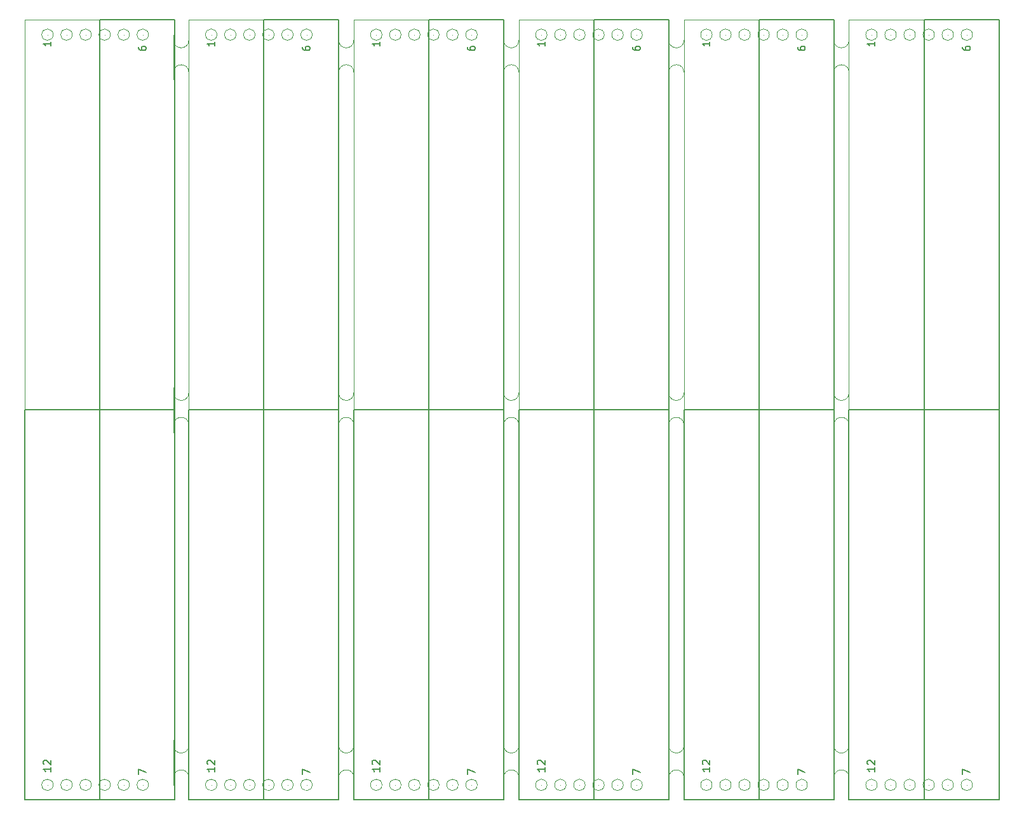
<source format=gbr>
%TF.GenerationSoftware,KiCad,Pcbnew,(6.0.5)*%
%TF.CreationDate,2022-08-12T20:52:04+02:00*%
%TF.ProjectId,clarinoid-devboard,636c6172-696e-46f6-9964-2d646576626f,rev?*%
%TF.SameCoordinates,Original*%
%TF.FileFunction,Other,Comment*%
%FSLAX46Y46*%
G04 Gerber Fmt 4.6, Leading zero omitted, Abs format (unit mm)*
G04 Created by KiCad (PCBNEW (6.0.5)) date 2022-08-12 20:52:04*
%MOMM*%
%LPD*%
G01*
G04 APERTURE LIST*
%ADD10C,0.150000*%
%ADD11C,0.120000*%
%ADD12C,0.100000*%
G04 APERTURE END LIST*
D10*
X178139304Y-148600034D02*
X198139304Y-148600034D01*
X198139304Y-148600034D02*
X198139304Y-96600034D01*
X198139304Y-96600034D02*
X178139304Y-96600034D01*
X178139304Y-96600034D02*
X178139304Y-148600034D01*
X112139304Y-148600034D02*
X132139304Y-148600034D01*
X132139304Y-148600034D02*
X132139304Y-96600034D01*
X132139304Y-96600034D02*
X112139304Y-96600034D01*
X112139304Y-96600034D02*
X112139304Y-148600034D01*
X110139304Y-148600034D02*
X100139304Y-148600034D01*
X100139304Y-148600034D02*
X100139304Y-44600034D01*
X100139304Y-44600034D02*
X110139304Y-44600034D01*
X110139304Y-44600034D02*
X110139304Y-148600034D01*
X154139304Y-148600034D02*
X144139304Y-148600034D01*
X144139304Y-148600034D02*
X144139304Y-44600034D01*
X144139304Y-44600034D02*
X154139304Y-44600034D01*
X154139304Y-44600034D02*
X154139304Y-148600034D01*
X176139304Y-148600034D02*
X166139304Y-148600034D01*
X166139304Y-148600034D02*
X166139304Y-44600034D01*
X166139304Y-44600034D02*
X176139304Y-44600034D01*
X176139304Y-44600034D02*
X176139304Y-148600034D01*
X156139304Y-148600034D02*
X176139304Y-148600034D01*
X176139304Y-148600034D02*
X176139304Y-96600034D01*
X176139304Y-96600034D02*
X156139304Y-96600034D01*
X156139304Y-96600034D02*
X156139304Y-148600034D01*
X132139304Y-148600034D02*
X122139304Y-148600034D01*
X122139304Y-148600034D02*
X122139304Y-44600034D01*
X122139304Y-44600034D02*
X132139304Y-44600034D01*
X132139304Y-44600034D02*
X132139304Y-148600034D01*
X88311804Y-148600034D02*
X78311804Y-148600034D01*
X78311804Y-148600034D02*
X78311804Y-44600034D01*
X78311804Y-44600034D02*
X88311804Y-44600034D01*
X88311804Y-44600034D02*
X88311804Y-148600034D01*
X198139304Y-148600034D02*
X188139304Y-148600034D01*
X188139304Y-148600034D02*
X188139304Y-44600034D01*
X188139304Y-44600034D02*
X198139304Y-44600034D01*
X198139304Y-44600034D02*
X198139304Y-148600034D01*
X68311804Y-148600034D02*
X88311804Y-148600034D01*
X88311804Y-148600034D02*
X88311804Y-96600034D01*
X88311804Y-96600034D02*
X68311804Y-96600034D01*
X68311804Y-96600034D02*
X68311804Y-148600034D01*
X90139304Y-148600034D02*
X110139304Y-148600034D01*
X110139304Y-148600034D02*
X110139304Y-96600034D01*
X110139304Y-96600034D02*
X90139304Y-96600034D01*
X90139304Y-96600034D02*
X90139304Y-148600034D01*
X134139304Y-148600034D02*
X154139304Y-148600034D01*
X154139304Y-148600034D02*
X154139304Y-96600034D01*
X154139304Y-96600034D02*
X134139304Y-96600034D01*
X134139304Y-96600034D02*
X134139304Y-148600034D01*
%TO.C,U9*%
X71764184Y-47538319D02*
X71764184Y-48109748D01*
X71764184Y-47824034D02*
X70764184Y-47824034D01*
X70907042Y-47919272D01*
X71002280Y-48014510D01*
X71049899Y-48109748D01*
X83464184Y-48217557D02*
X83464184Y-48408034D01*
X83511804Y-48503272D01*
X83559423Y-48550891D01*
X83702280Y-48646129D01*
X83892756Y-48693748D01*
X84273708Y-48693748D01*
X84368946Y-48646129D01*
X84416565Y-48598510D01*
X84464184Y-48503272D01*
X84464184Y-48312795D01*
X84416565Y-48217557D01*
X84368946Y-48169938D01*
X84273708Y-48122319D01*
X84035613Y-48122319D01*
X83940375Y-48169938D01*
X83892756Y-48217557D01*
X83845137Y-48312795D01*
X83845137Y-48503272D01*
X83892756Y-48598510D01*
X83940375Y-48646129D01*
X84035613Y-48693748D01*
X71764184Y-144250510D02*
X71764184Y-144821938D01*
X71764184Y-144536224D02*
X70764184Y-144536224D01*
X70907042Y-144631462D01*
X71002280Y-144726700D01*
X71049899Y-144821938D01*
X70859423Y-143869557D02*
X70811804Y-143821938D01*
X70764184Y-143726700D01*
X70764184Y-143488605D01*
X70811804Y-143393367D01*
X70859423Y-143345748D01*
X70954661Y-143298129D01*
X71049899Y-143298129D01*
X71192756Y-143345748D01*
X71764184Y-143917176D01*
X71764184Y-143298129D01*
X83464184Y-145155367D02*
X83464184Y-144488700D01*
X84464184Y-144917272D01*
%TO.C,U13*%
X149291684Y-48217557D02*
X149291684Y-48408034D01*
X149339304Y-48503272D01*
X149386923Y-48550891D01*
X149529780Y-48646129D01*
X149720256Y-48693748D01*
X150101208Y-48693748D01*
X150196446Y-48646129D01*
X150244065Y-48598510D01*
X150291684Y-48503272D01*
X150291684Y-48312795D01*
X150244065Y-48217557D01*
X150196446Y-48169938D01*
X150101208Y-48122319D01*
X149863113Y-48122319D01*
X149767875Y-48169938D01*
X149720256Y-48217557D01*
X149672637Y-48312795D01*
X149672637Y-48503272D01*
X149720256Y-48598510D01*
X149767875Y-48646129D01*
X149863113Y-48693748D01*
X137591684Y-144250510D02*
X137591684Y-144821938D01*
X137591684Y-144536224D02*
X136591684Y-144536224D01*
X136734542Y-144631462D01*
X136829780Y-144726700D01*
X136877399Y-144821938D01*
X136686923Y-143869557D02*
X136639304Y-143821938D01*
X136591684Y-143726700D01*
X136591684Y-143488605D01*
X136639304Y-143393367D01*
X136686923Y-143345748D01*
X136782161Y-143298129D01*
X136877399Y-143298129D01*
X137020256Y-143345748D01*
X137591684Y-143917176D01*
X137591684Y-143298129D01*
X137591684Y-47538319D02*
X137591684Y-48109748D01*
X137591684Y-47824034D02*
X136591684Y-47824034D01*
X136734542Y-47919272D01*
X136829780Y-48014510D01*
X136877399Y-48109748D01*
X149291684Y-145155367D02*
X149291684Y-144488700D01*
X150291684Y-144917272D01*
%TO.C,U14*%
X193291684Y-145155367D02*
X193291684Y-144488700D01*
X194291684Y-144917272D01*
X181591684Y-47538319D02*
X181591684Y-48109748D01*
X181591684Y-47824034D02*
X180591684Y-47824034D01*
X180734542Y-47919272D01*
X180829780Y-48014510D01*
X180877399Y-48109748D01*
X193291684Y-48217557D02*
X193291684Y-48408034D01*
X193339304Y-48503272D01*
X193386923Y-48550891D01*
X193529780Y-48646129D01*
X193720256Y-48693748D01*
X194101208Y-48693748D01*
X194196446Y-48646129D01*
X194244065Y-48598510D01*
X194291684Y-48503272D01*
X194291684Y-48312795D01*
X194244065Y-48217557D01*
X194196446Y-48169938D01*
X194101208Y-48122319D01*
X193863113Y-48122319D01*
X193767875Y-48169938D01*
X193720256Y-48217557D01*
X193672637Y-48312795D01*
X193672637Y-48503272D01*
X193720256Y-48598510D01*
X193767875Y-48646129D01*
X193863113Y-48693748D01*
X181591684Y-144250510D02*
X181591684Y-144821938D01*
X181591684Y-144536224D02*
X180591684Y-144536224D01*
X180734542Y-144631462D01*
X180829780Y-144726700D01*
X180877399Y-144821938D01*
X180686923Y-143869557D02*
X180639304Y-143821938D01*
X180591684Y-143726700D01*
X180591684Y-143488605D01*
X180639304Y-143393367D01*
X180686923Y-143345748D01*
X180782161Y-143298129D01*
X180877399Y-143298129D01*
X181020256Y-143345748D01*
X181591684Y-143917176D01*
X181591684Y-143298129D01*
%TO.C,U15*%
X171291684Y-48217557D02*
X171291684Y-48408034D01*
X171339304Y-48503272D01*
X171386923Y-48550891D01*
X171529780Y-48646129D01*
X171720256Y-48693748D01*
X172101208Y-48693748D01*
X172196446Y-48646129D01*
X172244065Y-48598510D01*
X172291684Y-48503272D01*
X172291684Y-48312795D01*
X172244065Y-48217557D01*
X172196446Y-48169938D01*
X172101208Y-48122319D01*
X171863113Y-48122319D01*
X171767875Y-48169938D01*
X171720256Y-48217557D01*
X171672637Y-48312795D01*
X171672637Y-48503272D01*
X171720256Y-48598510D01*
X171767875Y-48646129D01*
X171863113Y-48693748D01*
X159591684Y-144250510D02*
X159591684Y-144821938D01*
X159591684Y-144536224D02*
X158591684Y-144536224D01*
X158734542Y-144631462D01*
X158829780Y-144726700D01*
X158877399Y-144821938D01*
X158686923Y-143869557D02*
X158639304Y-143821938D01*
X158591684Y-143726700D01*
X158591684Y-143488605D01*
X158639304Y-143393367D01*
X158686923Y-143345748D01*
X158782161Y-143298129D01*
X158877399Y-143298129D01*
X159020256Y-143345748D01*
X159591684Y-143917176D01*
X159591684Y-143298129D01*
X171291684Y-145155367D02*
X171291684Y-144488700D01*
X172291684Y-144917272D01*
X159591684Y-47538319D02*
X159591684Y-48109748D01*
X159591684Y-47824034D02*
X158591684Y-47824034D01*
X158734542Y-47919272D01*
X158829780Y-48014510D01*
X158877399Y-48109748D01*
%TO.C,U10*%
X115591684Y-144250510D02*
X115591684Y-144821938D01*
X115591684Y-144536224D02*
X114591684Y-144536224D01*
X114734542Y-144631462D01*
X114829780Y-144726700D01*
X114877399Y-144821938D01*
X114686923Y-143869557D02*
X114639304Y-143821938D01*
X114591684Y-143726700D01*
X114591684Y-143488605D01*
X114639304Y-143393367D01*
X114686923Y-143345748D01*
X114782161Y-143298129D01*
X114877399Y-143298129D01*
X115020256Y-143345748D01*
X115591684Y-143917176D01*
X115591684Y-143298129D01*
X115591684Y-47538319D02*
X115591684Y-48109748D01*
X115591684Y-47824034D02*
X114591684Y-47824034D01*
X114734542Y-47919272D01*
X114829780Y-48014510D01*
X114877399Y-48109748D01*
X127291684Y-145155367D02*
X127291684Y-144488700D01*
X128291684Y-144917272D01*
X127291684Y-48217557D02*
X127291684Y-48408034D01*
X127339304Y-48503272D01*
X127386923Y-48550891D01*
X127529780Y-48646129D01*
X127720256Y-48693748D01*
X128101208Y-48693748D01*
X128196446Y-48646129D01*
X128244065Y-48598510D01*
X128291684Y-48503272D01*
X128291684Y-48312795D01*
X128244065Y-48217557D01*
X128196446Y-48169938D01*
X128101208Y-48122319D01*
X127863113Y-48122319D01*
X127767875Y-48169938D01*
X127720256Y-48217557D01*
X127672637Y-48312795D01*
X127672637Y-48503272D01*
X127720256Y-48598510D01*
X127767875Y-48646129D01*
X127863113Y-48693748D01*
%TO.C,U11*%
X93591684Y-144250510D02*
X93591684Y-144821938D01*
X93591684Y-144536224D02*
X92591684Y-144536224D01*
X92734542Y-144631462D01*
X92829780Y-144726700D01*
X92877399Y-144821938D01*
X92686923Y-143869557D02*
X92639304Y-143821938D01*
X92591684Y-143726700D01*
X92591684Y-143488605D01*
X92639304Y-143393367D01*
X92686923Y-143345748D01*
X92782161Y-143298129D01*
X92877399Y-143298129D01*
X93020256Y-143345748D01*
X93591684Y-143917176D01*
X93591684Y-143298129D01*
X93591684Y-47538319D02*
X93591684Y-48109748D01*
X93591684Y-47824034D02*
X92591684Y-47824034D01*
X92734542Y-47919272D01*
X92829780Y-48014510D01*
X92877399Y-48109748D01*
X105291684Y-145155367D02*
X105291684Y-144488700D01*
X106291684Y-144917272D01*
X105291684Y-48217557D02*
X105291684Y-48408034D01*
X105339304Y-48503272D01*
X105386923Y-48550891D01*
X105529780Y-48646129D01*
X105720256Y-48693748D01*
X106101208Y-48693748D01*
X106196446Y-48646129D01*
X106244065Y-48598510D01*
X106291684Y-48503272D01*
X106291684Y-48312795D01*
X106244065Y-48217557D01*
X106196446Y-48169938D01*
X106101208Y-48122319D01*
X105863113Y-48122319D01*
X105767875Y-48169938D01*
X105720256Y-48217557D01*
X105672637Y-48312795D01*
X105672637Y-48503272D01*
X105720256Y-48598510D01*
X105767875Y-48646129D01*
X105863113Y-48693748D01*
D11*
%TO.C,U35*%
X112139304Y-146600034D02*
X112139304Y-140600034D01*
X110139304Y-146600034D02*
X110139304Y-140600034D01*
D12*
X112139304Y-145600034D02*
G75*
G03*
X110139304Y-145600034I-1000000J0D01*
G01*
X110139304Y-141350034D02*
G75*
G03*
X112139304Y-141350034I1000000J0D01*
G01*
D11*
%TO.C,U25*%
X176139304Y-146600034D02*
X176139304Y-140600034D01*
X178139304Y-146600034D02*
X178139304Y-140600034D01*
D12*
X176139304Y-141350034D02*
G75*
G03*
X178139304Y-141350034I1000000J0D01*
G01*
X178139304Y-145600034D02*
G75*
G03*
X176139304Y-145600034I-1000000J0D01*
G01*
D11*
%TO.C,U37*%
X156139304Y-52600034D02*
X156139304Y-46600034D01*
X154139304Y-52600034D02*
X154139304Y-46600034D01*
D12*
X156139304Y-51600034D02*
G75*
G03*
X154139304Y-51600034I-1000000J0D01*
G01*
X154139304Y-47350034D02*
G75*
G03*
X156139304Y-47350034I1000000J0D01*
G01*
D11*
%TO.C,U22*%
X132139304Y-146600034D02*
X132139304Y-140600034D01*
X134139304Y-146600034D02*
X134139304Y-140600034D01*
D12*
X134139304Y-145600034D02*
G75*
G03*
X132139304Y-145600034I-1000000J0D01*
G01*
X132139304Y-141350034D02*
G75*
G03*
X134139304Y-141350034I1000000J0D01*
G01*
D11*
%TO.C,U30*%
X112139304Y-99600034D02*
X112139304Y-93600034D01*
X110139304Y-99600034D02*
X110139304Y-93600034D01*
D12*
X112139304Y-98600034D02*
G75*
G03*
X110139304Y-98600034I-1000000J0D01*
G01*
X110139304Y-94350034D02*
G75*
G03*
X112139304Y-94350034I1000000J0D01*
G01*
D11*
%TO.C,U20*%
X176139304Y-99600034D02*
X176139304Y-93600034D01*
X178139304Y-99600034D02*
X178139304Y-93600034D01*
D12*
X178139304Y-98600034D02*
G75*
G03*
X176139304Y-98600034I-1000000J0D01*
G01*
X176139304Y-94350034D02*
G75*
G03*
X178139304Y-94350034I1000000J0D01*
G01*
D11*
%TO.C,U32*%
X88139304Y-99600034D02*
X88139304Y-93600034D01*
X90139304Y-99600034D02*
X90139304Y-93600034D01*
D12*
X90139304Y-98600034D02*
G75*
G03*
X88139304Y-98600034I-1000000J0D01*
G01*
X88139304Y-94350034D02*
G75*
G03*
X90139304Y-94350034I1000000J0D01*
G01*
D11*
%TO.C,U36*%
X156139304Y-146600034D02*
X156139304Y-140600034D01*
X154139304Y-146600034D02*
X154139304Y-140600034D01*
D12*
X156139304Y-145600034D02*
G75*
G03*
X154139304Y-145600034I-1000000J0D01*
G01*
X154139304Y-141350034D02*
G75*
G03*
X156139304Y-141350034I1000000J0D01*
G01*
D11*
%TO.C,U34*%
X88139304Y-52600034D02*
X88139304Y-46600034D01*
X90139304Y-52600034D02*
X90139304Y-46600034D01*
D12*
X88139304Y-47350034D02*
G75*
G03*
X90139304Y-47350034I1000000J0D01*
G01*
X90139304Y-51600034D02*
G75*
G03*
X88139304Y-51600034I-1000000J0D01*
G01*
D11*
%TO.C,U31*%
X110139304Y-52600034D02*
X110139304Y-46600034D01*
X112139304Y-52600034D02*
X112139304Y-46600034D01*
D12*
X112139304Y-51600034D02*
G75*
G03*
X110139304Y-51600034I-1000000J0D01*
G01*
X110139304Y-47350034D02*
G75*
G03*
X112139304Y-47350034I1000000J0D01*
G01*
D11*
%TO.C,U29*%
X132139304Y-52600034D02*
X132139304Y-46600034D01*
X134139304Y-52600034D02*
X134139304Y-46600034D01*
D12*
X134139304Y-51600034D02*
G75*
G03*
X132139304Y-51600034I-1000000J0D01*
G01*
X132139304Y-47350034D02*
G75*
G03*
X134139304Y-47350034I1000000J0D01*
G01*
D11*
%TO.C,U24*%
X134139304Y-99600034D02*
X134139304Y-93600034D01*
X132139304Y-99600034D02*
X132139304Y-93600034D01*
D12*
X134139304Y-98600034D02*
G75*
G03*
X132139304Y-98600034I-1000000J0D01*
G01*
X132139304Y-94350034D02*
G75*
G03*
X134139304Y-94350034I1000000J0D01*
G01*
D11*
%TO.C,U28*%
X154139304Y-99600034D02*
X154139304Y-93600034D01*
X156139304Y-99600034D02*
X156139304Y-93600034D01*
D12*
X154139304Y-94350034D02*
G75*
G03*
X156139304Y-94350034I1000000J0D01*
G01*
X156139304Y-98600034D02*
G75*
G03*
X154139304Y-98600034I-1000000J0D01*
G01*
D11*
%TO.C,U33*%
X176139304Y-52600034D02*
X176139304Y-46600034D01*
X178139304Y-52600034D02*
X178139304Y-46600034D01*
D12*
X178139304Y-51600034D02*
G75*
G03*
X176139304Y-51600034I-1000000J0D01*
G01*
X176139304Y-47350034D02*
G75*
G03*
X178139304Y-47350034I1000000J0D01*
G01*
D11*
%TO.C,U23*%
X88139304Y-146600034D02*
X88139304Y-140600034D01*
X90139304Y-146600034D02*
X90139304Y-140600034D01*
D12*
X90139304Y-145600034D02*
G75*
G03*
X88139304Y-145600034I-1000000J0D01*
G01*
X88139304Y-141350034D02*
G75*
G03*
X90139304Y-141350034I1000000J0D01*
G01*
D11*
%TO.C,U9*%
X68311804Y-44600034D02*
X88311804Y-44600034D01*
X88311804Y-44600034D02*
X88311804Y-148600034D01*
X88311804Y-148600034D02*
X68311804Y-148600034D01*
X68311804Y-148600034D02*
X68311804Y-44600034D01*
X76391804Y-146600034D02*
G75*
G03*
X76391804Y-146600034I0J0D01*
G01*
X74613804Y-46600034D02*
G75*
G03*
X74613804Y-46600034I-762000J0D01*
G01*
X72073804Y-146600034D02*
G75*
G03*
X72073804Y-146600034I-762000J0D01*
G01*
X71311804Y-146600034D02*
G75*
G03*
X71311804Y-146600034I0J0D01*
G01*
X81471804Y-146600034D02*
G75*
G03*
X81471804Y-146600034I0J0D01*
G01*
X73851804Y-46600034D02*
G75*
G03*
X73851804Y-46600034I0J0D01*
G01*
X84773804Y-146600034D02*
G75*
G03*
X84773804Y-146600034I-762000J0D01*
G01*
X84773804Y-46600034D02*
G75*
G03*
X84773804Y-46600034I-762000J0D01*
G01*
X71311804Y-46600034D02*
G75*
G03*
X71311804Y-46600034I0J0D01*
G01*
X84011804Y-146600034D02*
G75*
G03*
X84011804Y-146600034I0J0D01*
G01*
X73851804Y-146600034D02*
G75*
G03*
X73851804Y-146600034I0J0D01*
G01*
X77153804Y-46600034D02*
G75*
G03*
X77153804Y-46600034I-762000J0D01*
G01*
X82233804Y-46600034D02*
G75*
G03*
X82233804Y-46600034I-762000J0D01*
G01*
X74613804Y-146600034D02*
G75*
G03*
X74613804Y-146600034I-762000J0D01*
G01*
X82233804Y-146600034D02*
G75*
G03*
X82233804Y-146600034I-762000J0D01*
G01*
X76391804Y-46600034D02*
G75*
G03*
X76391804Y-46600034I0J0D01*
G01*
X81471804Y-46600034D02*
G75*
G03*
X81471804Y-46600034I0J0D01*
G01*
X79693804Y-46600034D02*
G75*
G03*
X79693804Y-46600034I-762000J0D01*
G01*
X77153804Y-146600034D02*
G75*
G03*
X77153804Y-146600034I-762000J0D01*
G01*
X78931804Y-46600034D02*
G75*
G03*
X78931804Y-46600034I0J0D01*
G01*
X72073804Y-46600034D02*
G75*
G03*
X72073804Y-46600034I-762000J0D01*
G01*
X84011804Y-46600034D02*
G75*
G03*
X84011804Y-46600034I0J0D01*
G01*
X79693804Y-146600034D02*
G75*
G03*
X79693804Y-146600034I-762000J0D01*
G01*
X78931804Y-146600034D02*
G75*
G03*
X78931804Y-146600034I0J0D01*
G01*
%TO.C,U13*%
X134139304Y-44600034D02*
X154139304Y-44600034D01*
X154139304Y-44600034D02*
X154139304Y-148600034D01*
X154139304Y-148600034D02*
X134139304Y-148600034D01*
X134139304Y-148600034D02*
X134139304Y-44600034D01*
X149839304Y-146600034D02*
G75*
G03*
X149839304Y-146600034I0J0D01*
G01*
X150601304Y-146600034D02*
G75*
G03*
X150601304Y-146600034I-762000J0D01*
G01*
X149839304Y-46600034D02*
G75*
G03*
X149839304Y-46600034I0J0D01*
G01*
X147299304Y-46600034D02*
G75*
G03*
X147299304Y-46600034I0J0D01*
G01*
X145521304Y-146600034D02*
G75*
G03*
X145521304Y-146600034I-762000J0D01*
G01*
X144759304Y-46600034D02*
G75*
G03*
X144759304Y-46600034I0J0D01*
G01*
X142219304Y-46600034D02*
G75*
G03*
X142219304Y-46600034I0J0D01*
G01*
X137139304Y-146600034D02*
G75*
G03*
X137139304Y-146600034I0J0D01*
G01*
X147299304Y-146600034D02*
G75*
G03*
X147299304Y-146600034I0J0D01*
G01*
X144759304Y-146600034D02*
G75*
G03*
X144759304Y-146600034I0J0D01*
G01*
X137901304Y-146600034D02*
G75*
G03*
X137901304Y-146600034I-762000J0D01*
G01*
X140441304Y-146600034D02*
G75*
G03*
X140441304Y-146600034I-762000J0D01*
G01*
X137139304Y-46600034D02*
G75*
G03*
X137139304Y-46600034I0J0D01*
G01*
X148061304Y-46600034D02*
G75*
G03*
X148061304Y-46600034I-762000J0D01*
G01*
X139679304Y-46600034D02*
G75*
G03*
X139679304Y-46600034I0J0D01*
G01*
X142981304Y-46600034D02*
G75*
G03*
X142981304Y-46600034I-762000J0D01*
G01*
X145521304Y-46600034D02*
G75*
G03*
X145521304Y-46600034I-762000J0D01*
G01*
X140441304Y-46600034D02*
G75*
G03*
X140441304Y-46600034I-762000J0D01*
G01*
X139679304Y-146600034D02*
G75*
G03*
X139679304Y-146600034I0J0D01*
G01*
X142219304Y-146600034D02*
G75*
G03*
X142219304Y-146600034I0J0D01*
G01*
X142981304Y-146600034D02*
G75*
G03*
X142981304Y-146600034I-762000J0D01*
G01*
X137901304Y-46600034D02*
G75*
G03*
X137901304Y-46600034I-762000J0D01*
G01*
X148061304Y-146600034D02*
G75*
G03*
X148061304Y-146600034I-762000J0D01*
G01*
X150601304Y-46600034D02*
G75*
G03*
X150601304Y-46600034I-762000J0D01*
G01*
%TO.C,U14*%
X178139304Y-44600034D02*
X198139304Y-44600034D01*
X198139304Y-44600034D02*
X198139304Y-148600034D01*
X198139304Y-148600034D02*
X178139304Y-148600034D01*
X178139304Y-148600034D02*
X178139304Y-44600034D01*
X192061304Y-46600034D02*
G75*
G03*
X192061304Y-46600034I-762000J0D01*
G01*
X194601304Y-46600034D02*
G75*
G03*
X194601304Y-46600034I-762000J0D01*
G01*
X186981304Y-46600034D02*
G75*
G03*
X186981304Y-46600034I-762000J0D01*
G01*
X194601304Y-146600034D02*
G75*
G03*
X194601304Y-146600034I-762000J0D01*
G01*
X186219304Y-46600034D02*
G75*
G03*
X186219304Y-46600034I0J0D01*
G01*
X193839304Y-46600034D02*
G75*
G03*
X193839304Y-46600034I0J0D01*
G01*
X189521304Y-46600034D02*
G75*
G03*
X189521304Y-46600034I-762000J0D01*
G01*
X181139304Y-146600034D02*
G75*
G03*
X181139304Y-146600034I0J0D01*
G01*
X183679304Y-146600034D02*
G75*
G03*
X183679304Y-146600034I0J0D01*
G01*
X186981304Y-146600034D02*
G75*
G03*
X186981304Y-146600034I-762000J0D01*
G01*
X183679304Y-46600034D02*
G75*
G03*
X183679304Y-46600034I0J0D01*
G01*
X193839304Y-146600034D02*
G75*
G03*
X193839304Y-146600034I0J0D01*
G01*
X181901304Y-46600034D02*
G75*
G03*
X181901304Y-46600034I-762000J0D01*
G01*
X181139304Y-46600034D02*
G75*
G03*
X181139304Y-46600034I0J0D01*
G01*
X181901304Y-146600034D02*
G75*
G03*
X181901304Y-146600034I-762000J0D01*
G01*
X188759304Y-146600034D02*
G75*
G03*
X188759304Y-146600034I0J0D01*
G01*
X191299304Y-146600034D02*
G75*
G03*
X191299304Y-146600034I0J0D01*
G01*
X192061304Y-146600034D02*
G75*
G03*
X192061304Y-146600034I-762000J0D01*
G01*
X184441304Y-146600034D02*
G75*
G03*
X184441304Y-146600034I-762000J0D01*
G01*
X186219304Y-146600034D02*
G75*
G03*
X186219304Y-146600034I0J0D01*
G01*
X191299304Y-46600034D02*
G75*
G03*
X191299304Y-46600034I0J0D01*
G01*
X184441304Y-46600034D02*
G75*
G03*
X184441304Y-46600034I-762000J0D01*
G01*
X189521304Y-146600034D02*
G75*
G03*
X189521304Y-146600034I-762000J0D01*
G01*
X188759304Y-46600034D02*
G75*
G03*
X188759304Y-46600034I0J0D01*
G01*
%TO.C,U15*%
X156139304Y-44600034D02*
X176139304Y-44600034D01*
X176139304Y-44600034D02*
X176139304Y-148600034D01*
X176139304Y-148600034D02*
X156139304Y-148600034D01*
X156139304Y-148600034D02*
X156139304Y-44600034D01*
X161679304Y-46600034D02*
G75*
G03*
X161679304Y-46600034I0J0D01*
G01*
X166759304Y-146600034D02*
G75*
G03*
X166759304Y-146600034I0J0D01*
G01*
X164981304Y-146600034D02*
G75*
G03*
X164981304Y-146600034I-762000J0D01*
G01*
X162441304Y-146600034D02*
G75*
G03*
X162441304Y-146600034I-762000J0D01*
G01*
X170061304Y-46600034D02*
G75*
G03*
X170061304Y-46600034I-762000J0D01*
G01*
X167521304Y-146600034D02*
G75*
G03*
X167521304Y-146600034I-762000J0D01*
G01*
X159901304Y-146600034D02*
G75*
G03*
X159901304Y-146600034I-762000J0D01*
G01*
X159901304Y-46600034D02*
G75*
G03*
X159901304Y-46600034I-762000J0D01*
G01*
X172601304Y-46600034D02*
G75*
G03*
X172601304Y-46600034I-762000J0D01*
G01*
X159139304Y-46600034D02*
G75*
G03*
X159139304Y-46600034I0J0D01*
G01*
X159139304Y-146600034D02*
G75*
G03*
X159139304Y-146600034I0J0D01*
G01*
X161679304Y-146600034D02*
G75*
G03*
X161679304Y-146600034I0J0D01*
G01*
X170061304Y-146600034D02*
G75*
G03*
X170061304Y-146600034I-762000J0D01*
G01*
X162441304Y-46600034D02*
G75*
G03*
X162441304Y-46600034I-762000J0D01*
G01*
X171839304Y-146600034D02*
G75*
G03*
X171839304Y-146600034I0J0D01*
G01*
X164219304Y-146600034D02*
G75*
G03*
X164219304Y-146600034I0J0D01*
G01*
X169299304Y-146600034D02*
G75*
G03*
X169299304Y-146600034I0J0D01*
G01*
X167521304Y-46600034D02*
G75*
G03*
X167521304Y-46600034I-762000J0D01*
G01*
X172601304Y-146600034D02*
G75*
G03*
X172601304Y-146600034I-762000J0D01*
G01*
X169299304Y-46600034D02*
G75*
G03*
X169299304Y-46600034I0J0D01*
G01*
X166759304Y-46600034D02*
G75*
G03*
X166759304Y-46600034I0J0D01*
G01*
X164219304Y-46600034D02*
G75*
G03*
X164219304Y-46600034I0J0D01*
G01*
X171839304Y-46600034D02*
G75*
G03*
X171839304Y-46600034I0J0D01*
G01*
X164981304Y-46600034D02*
G75*
G03*
X164981304Y-46600034I-762000J0D01*
G01*
%TO.C,U10*%
X112139304Y-44600034D02*
X132139304Y-44600034D01*
X132139304Y-44600034D02*
X132139304Y-148600034D01*
X132139304Y-148600034D02*
X112139304Y-148600034D01*
X112139304Y-148600034D02*
X112139304Y-44600034D01*
X125299304Y-46600034D02*
G75*
G03*
X125299304Y-46600034I0J0D01*
G01*
X120219304Y-146600034D02*
G75*
G03*
X120219304Y-146600034I0J0D01*
G01*
X117679304Y-146600034D02*
G75*
G03*
X117679304Y-146600034I0J0D01*
G01*
X123521304Y-146600034D02*
G75*
G03*
X123521304Y-146600034I-762000J0D01*
G01*
X120219304Y-46600034D02*
G75*
G03*
X120219304Y-46600034I0J0D01*
G01*
X125299304Y-146600034D02*
G75*
G03*
X125299304Y-146600034I0J0D01*
G01*
X115139304Y-146600034D02*
G75*
G03*
X115139304Y-146600034I0J0D01*
G01*
X117679304Y-46600034D02*
G75*
G03*
X117679304Y-46600034I0J0D01*
G01*
X123521304Y-46600034D02*
G75*
G03*
X123521304Y-46600034I-762000J0D01*
G01*
X126061304Y-46600034D02*
G75*
G03*
X126061304Y-46600034I-762000J0D01*
G01*
X127839304Y-146600034D02*
G75*
G03*
X127839304Y-146600034I0J0D01*
G01*
X128601304Y-46600034D02*
G75*
G03*
X128601304Y-46600034I-762000J0D01*
G01*
X115901304Y-46600034D02*
G75*
G03*
X115901304Y-46600034I-762000J0D01*
G01*
X128601304Y-146600034D02*
G75*
G03*
X128601304Y-146600034I-762000J0D01*
G01*
X118441304Y-146600034D02*
G75*
G03*
X118441304Y-146600034I-762000J0D01*
G01*
X115901304Y-146600034D02*
G75*
G03*
X115901304Y-146600034I-762000J0D01*
G01*
X127839304Y-46600034D02*
G75*
G03*
X127839304Y-46600034I0J0D01*
G01*
X115139304Y-46600034D02*
G75*
G03*
X115139304Y-46600034I0J0D01*
G01*
X122759304Y-146600034D02*
G75*
G03*
X122759304Y-146600034I0J0D01*
G01*
X118441304Y-46600034D02*
G75*
G03*
X118441304Y-46600034I-762000J0D01*
G01*
X120981304Y-146600034D02*
G75*
G03*
X120981304Y-146600034I-762000J0D01*
G01*
X120981304Y-46600034D02*
G75*
G03*
X120981304Y-46600034I-762000J0D01*
G01*
X122759304Y-46600034D02*
G75*
G03*
X122759304Y-46600034I0J0D01*
G01*
X126061304Y-146600034D02*
G75*
G03*
X126061304Y-146600034I-762000J0D01*
G01*
%TO.C,U11*%
X90139304Y-44600034D02*
X110139304Y-44600034D01*
X110139304Y-44600034D02*
X110139304Y-148600034D01*
X110139304Y-148600034D02*
X90139304Y-148600034D01*
X90139304Y-148600034D02*
X90139304Y-44600034D01*
X106601304Y-146600034D02*
G75*
G03*
X106601304Y-146600034I-762000J0D01*
G01*
X101521304Y-46600034D02*
G75*
G03*
X101521304Y-46600034I-762000J0D01*
G01*
X100759304Y-146600034D02*
G75*
G03*
X100759304Y-146600034I0J0D01*
G01*
X101521304Y-146600034D02*
G75*
G03*
X101521304Y-146600034I-762000J0D01*
G01*
X93901304Y-46600034D02*
G75*
G03*
X93901304Y-46600034I-762000J0D01*
G01*
X98981304Y-146600034D02*
G75*
G03*
X98981304Y-146600034I-762000J0D01*
G01*
X105839304Y-146600034D02*
G75*
G03*
X105839304Y-146600034I0J0D01*
G01*
X96441304Y-146600034D02*
G75*
G03*
X96441304Y-146600034I-762000J0D01*
G01*
X98219304Y-146600034D02*
G75*
G03*
X98219304Y-146600034I0J0D01*
G01*
X103299304Y-46600034D02*
G75*
G03*
X103299304Y-46600034I0J0D01*
G01*
X96441304Y-46600034D02*
G75*
G03*
X96441304Y-46600034I-762000J0D01*
G01*
X105839304Y-46600034D02*
G75*
G03*
X105839304Y-46600034I0J0D01*
G01*
X100759304Y-46600034D02*
G75*
G03*
X100759304Y-46600034I0J0D01*
G01*
X106601304Y-46600034D02*
G75*
G03*
X106601304Y-46600034I-762000J0D01*
G01*
X98219304Y-46600034D02*
G75*
G03*
X98219304Y-46600034I0J0D01*
G01*
X93901304Y-146600034D02*
G75*
G03*
X93901304Y-146600034I-762000J0D01*
G01*
X104061304Y-46600034D02*
G75*
G03*
X104061304Y-46600034I-762000J0D01*
G01*
X93139304Y-146600034D02*
G75*
G03*
X93139304Y-146600034I0J0D01*
G01*
X93139304Y-46600034D02*
G75*
G03*
X93139304Y-46600034I0J0D01*
G01*
X95679304Y-46600034D02*
G75*
G03*
X95679304Y-46600034I0J0D01*
G01*
X95679304Y-146600034D02*
G75*
G03*
X95679304Y-146600034I0J0D01*
G01*
X104061304Y-146600034D02*
G75*
G03*
X104061304Y-146600034I-762000J0D01*
G01*
X98981304Y-46600034D02*
G75*
G03*
X98981304Y-46600034I-762000J0D01*
G01*
X103299304Y-146600034D02*
G75*
G03*
X103299304Y-146600034I0J0D01*
G01*
%TD*%
M02*

</source>
